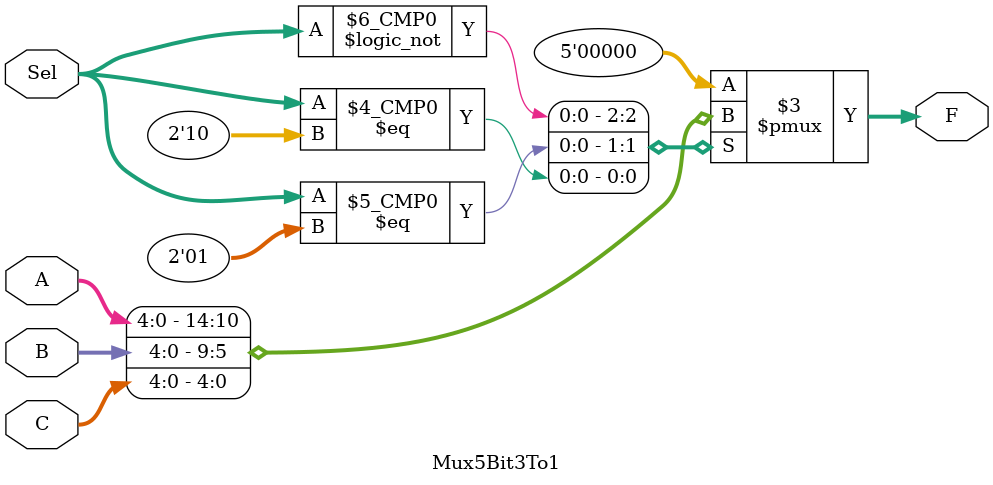
<source format=v>
`timescale 1ns / 1ps
module Mux5Bit3To1(A, B, C, Sel, F);
	input [4:0] A, B, C;
	input [1:0] Sel;
	
	output reg [4:0] F;
	
	always@(A, B, C, Sel)begin
		case(Sel)
			2'b00 : begin
				F <= A;
			end
			2'b01 : begin
				F <= B;
			end
			2'b10 : begin
				F <= C;
			end
			default F <= 5'b0;
		
		endcase
	end
	

endmodule

</source>
